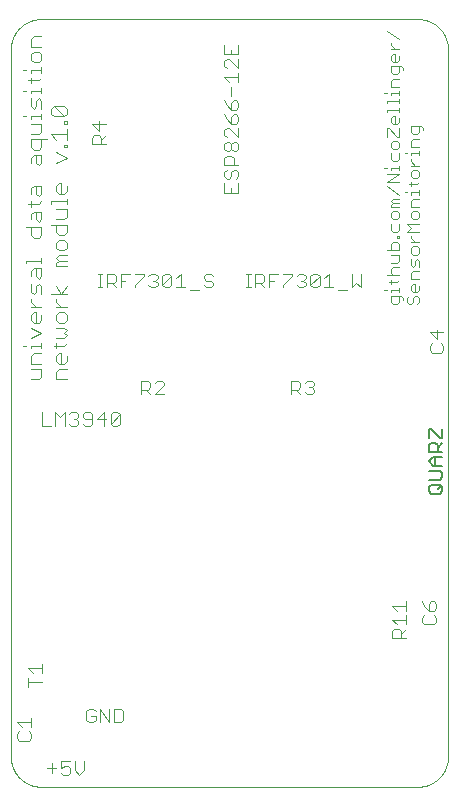
<source format=gto>
G75*
%MOIN*%
%OFA0B0*%
%FSLAX25Y25*%
%IPPOS*%
%LPD*%
%AMOC8*
5,1,8,0,0,1.08239X$1,22.5*
%
%ADD10C,0.00400*%
%ADD11C,0.00000*%
%ADD12C,0.00500*%
D10*
X0006050Y0016867D02*
X0009119Y0016867D01*
X0009886Y0017634D01*
X0009886Y0019169D01*
X0009119Y0019936D01*
X0009886Y0021471D02*
X0009886Y0024540D01*
X0009886Y0023006D02*
X0005282Y0023006D01*
X0006817Y0021471D01*
X0006050Y0019936D02*
X0005282Y0019169D01*
X0005282Y0017634D01*
X0006050Y0016867D01*
X0015224Y0007752D02*
X0018294Y0007752D01*
X0019828Y0007752D02*
X0019828Y0010054D01*
X0022898Y0010054D01*
X0024432Y0010054D02*
X0024432Y0006985D01*
X0025967Y0005450D01*
X0027501Y0006985D01*
X0027501Y0010054D01*
X0022898Y0007752D02*
X0022898Y0006217D01*
X0022130Y0005450D01*
X0020596Y0005450D01*
X0019828Y0006217D01*
X0019828Y0007752D02*
X0021363Y0008519D01*
X0022130Y0008519D01*
X0022898Y0007752D01*
X0016759Y0009287D02*
X0016759Y0006217D01*
X0029117Y0022950D02*
X0030651Y0022950D01*
X0031419Y0023717D01*
X0031419Y0025252D01*
X0029884Y0025252D01*
X0031419Y0026787D02*
X0030651Y0027554D01*
X0029117Y0027554D01*
X0028349Y0026787D01*
X0028349Y0023717D01*
X0029117Y0022950D01*
X0032953Y0022950D02*
X0032953Y0027554D01*
X0036023Y0022950D01*
X0036023Y0027554D01*
X0037557Y0027554D02*
X0037557Y0022950D01*
X0039859Y0022950D01*
X0040626Y0023717D01*
X0040626Y0026787D01*
X0039859Y0027554D01*
X0037557Y0027554D01*
X0013636Y0036360D02*
X0009032Y0036360D01*
X0009032Y0037894D02*
X0009032Y0034825D01*
X0010567Y0039429D02*
X0009032Y0040964D01*
X0013636Y0040964D01*
X0013636Y0042498D02*
X0013636Y0039429D01*
X0013411Y0121828D02*
X0016480Y0121828D01*
X0018014Y0121828D02*
X0018014Y0126432D01*
X0019549Y0124897D01*
X0021084Y0126432D01*
X0021084Y0121828D01*
X0022618Y0122595D02*
X0023386Y0121828D01*
X0024920Y0121828D01*
X0025688Y0122595D01*
X0025688Y0123363D01*
X0024920Y0124130D01*
X0024153Y0124130D01*
X0024920Y0124130D02*
X0025688Y0124897D01*
X0025688Y0125665D01*
X0024920Y0126432D01*
X0023386Y0126432D01*
X0022618Y0125665D01*
X0027222Y0125665D02*
X0027222Y0124897D01*
X0027990Y0124130D01*
X0030292Y0124130D01*
X0031826Y0124130D02*
X0034896Y0124130D01*
X0036430Y0122595D02*
X0036430Y0125665D01*
X0037197Y0126432D01*
X0038732Y0126432D01*
X0039499Y0125665D01*
X0036430Y0122595D01*
X0037197Y0121828D01*
X0038732Y0121828D01*
X0039499Y0122595D01*
X0039499Y0125665D01*
X0034128Y0126432D02*
X0034128Y0121828D01*
X0031826Y0124130D02*
X0034128Y0126432D01*
X0030292Y0125665D02*
X0030292Y0122595D01*
X0029524Y0121828D01*
X0027990Y0121828D01*
X0027222Y0122595D01*
X0027222Y0125665D02*
X0027990Y0126432D01*
X0029524Y0126432D01*
X0030292Y0125665D01*
X0021761Y0137325D02*
X0018292Y0137325D01*
X0018292Y0139927D01*
X0019159Y0140795D01*
X0021761Y0140795D01*
X0020894Y0142481D02*
X0019159Y0142481D01*
X0018292Y0143349D01*
X0018292Y0145084D01*
X0019159Y0145951D01*
X0020026Y0145951D01*
X0020026Y0142481D01*
X0020894Y0142481D02*
X0021761Y0143349D01*
X0021761Y0145084D01*
X0020894Y0148505D02*
X0017424Y0148505D01*
X0018292Y0147638D02*
X0018292Y0149373D01*
X0018292Y0151075D02*
X0020894Y0151075D01*
X0021761Y0151943D01*
X0020894Y0152810D01*
X0021761Y0153678D01*
X0020894Y0154545D01*
X0018292Y0154545D01*
X0019159Y0156232D02*
X0018292Y0157099D01*
X0018292Y0158834D01*
X0019159Y0159701D01*
X0020894Y0159701D01*
X0021761Y0158834D01*
X0021761Y0157099D01*
X0020894Y0156232D01*
X0019159Y0156232D01*
X0020026Y0161388D02*
X0018292Y0163123D01*
X0018292Y0163990D01*
X0020026Y0165685D02*
X0018292Y0168287D01*
X0020026Y0165685D02*
X0021761Y0168287D01*
X0021761Y0165685D02*
X0016557Y0165685D01*
X0013361Y0165685D02*
X0013361Y0168287D01*
X0012494Y0169155D01*
X0011626Y0168287D01*
X0011626Y0166553D01*
X0010759Y0165685D01*
X0009892Y0166553D01*
X0009892Y0169155D01*
X0009892Y0171709D02*
X0009892Y0173444D01*
X0010759Y0174311D01*
X0013361Y0174311D01*
X0013361Y0171709D01*
X0012494Y0170842D01*
X0011626Y0171709D01*
X0011626Y0174311D01*
X0013361Y0175998D02*
X0013361Y0177733D01*
X0013361Y0176865D02*
X0008157Y0176865D01*
X0008157Y0175998D01*
X0010759Y0184592D02*
X0009892Y0185459D01*
X0009892Y0188062D01*
X0008157Y0188062D02*
X0013361Y0188062D01*
X0013361Y0185459D01*
X0012494Y0184592D01*
X0010759Y0184592D01*
X0012494Y0189748D02*
X0011626Y0190616D01*
X0011626Y0193218D01*
X0010759Y0193218D02*
X0013361Y0193218D01*
X0013361Y0190616D01*
X0012494Y0189748D01*
X0009892Y0190616D02*
X0009892Y0192351D01*
X0010759Y0193218D01*
X0009892Y0194905D02*
X0009892Y0196640D01*
X0009024Y0195772D02*
X0012494Y0195772D01*
X0013361Y0196640D01*
X0012494Y0198342D02*
X0011626Y0199210D01*
X0011626Y0201812D01*
X0010759Y0201812D02*
X0013361Y0201812D01*
X0013361Y0199210D01*
X0012494Y0198342D01*
X0009892Y0199210D02*
X0009892Y0200945D01*
X0010759Y0201812D01*
X0012494Y0208655D02*
X0011626Y0209523D01*
X0011626Y0212125D01*
X0010759Y0212125D02*
X0013361Y0212125D01*
X0013361Y0209523D01*
X0012494Y0208655D01*
X0009892Y0209523D02*
X0009892Y0211257D01*
X0010759Y0212125D01*
X0010759Y0213812D02*
X0012494Y0213812D01*
X0013361Y0214679D01*
X0013361Y0217281D01*
X0015096Y0217281D02*
X0009892Y0217281D01*
X0009892Y0214679D01*
X0010759Y0213812D01*
X0009892Y0218968D02*
X0012494Y0218968D01*
X0013361Y0219835D01*
X0013361Y0222438D01*
X0009892Y0222438D01*
X0009892Y0224124D02*
X0009892Y0224992D01*
X0013361Y0224992D01*
X0013361Y0225859D02*
X0013361Y0224124D01*
X0013361Y0227562D02*
X0013361Y0230164D01*
X0012494Y0231032D01*
X0011626Y0230164D01*
X0011626Y0228429D01*
X0010759Y0227562D01*
X0009892Y0228429D01*
X0009892Y0231032D01*
X0009892Y0232718D02*
X0009892Y0233586D01*
X0013361Y0233586D01*
X0013361Y0234453D02*
X0013361Y0232718D01*
X0012494Y0237023D02*
X0013361Y0237891D01*
X0012494Y0237023D02*
X0009024Y0237023D01*
X0009892Y0236156D02*
X0009892Y0237891D01*
X0009892Y0239594D02*
X0009892Y0240461D01*
X0013361Y0240461D01*
X0013361Y0239594D02*
X0013361Y0241328D01*
X0012494Y0243031D02*
X0013361Y0243899D01*
X0013361Y0245633D01*
X0012494Y0246501D01*
X0010759Y0246501D01*
X0009892Y0245633D01*
X0009892Y0243899D01*
X0010759Y0243031D01*
X0012494Y0243031D01*
X0008157Y0240461D02*
X0007289Y0240461D01*
X0007289Y0233586D02*
X0008157Y0233586D01*
X0008157Y0224992D02*
X0007289Y0224992D01*
X0016557Y0225851D02*
X0016557Y0227586D01*
X0017424Y0228453D01*
X0020894Y0224984D01*
X0021761Y0225851D01*
X0021761Y0227586D01*
X0020894Y0228453D01*
X0017424Y0228453D01*
X0016557Y0225851D02*
X0017424Y0224984D01*
X0020894Y0224984D01*
X0020894Y0223273D02*
X0021761Y0223273D01*
X0021761Y0222406D01*
X0020894Y0222406D01*
X0020894Y0223273D01*
X0021761Y0220719D02*
X0021761Y0217249D01*
X0021761Y0215538D02*
X0021761Y0214671D01*
X0020894Y0214671D01*
X0020894Y0215538D01*
X0021761Y0215538D01*
X0021761Y0218984D02*
X0016557Y0218984D01*
X0018292Y0217249D01*
X0018292Y0212984D02*
X0021761Y0211249D01*
X0018292Y0209515D01*
X0019159Y0202671D02*
X0020026Y0202671D01*
X0020026Y0199202D01*
X0019159Y0199202D02*
X0018292Y0200069D01*
X0018292Y0201804D01*
X0019159Y0202671D01*
X0021761Y0201804D02*
X0021761Y0200069D01*
X0020894Y0199202D01*
X0019159Y0199202D01*
X0021761Y0197499D02*
X0021761Y0195764D01*
X0021761Y0196632D02*
X0016557Y0196632D01*
X0016557Y0195764D01*
X0018292Y0194077D02*
X0021761Y0194077D01*
X0021761Y0191475D01*
X0020894Y0190608D01*
X0018292Y0190608D01*
X0018292Y0188921D02*
X0018292Y0186319D01*
X0019159Y0185451D01*
X0020894Y0185451D01*
X0021761Y0186319D01*
X0021761Y0188921D01*
X0016557Y0188921D01*
X0019159Y0183765D02*
X0018292Y0182897D01*
X0018292Y0181162D01*
X0019159Y0180295D01*
X0020894Y0180295D01*
X0021761Y0181162D01*
X0021761Y0182897D01*
X0020894Y0183765D01*
X0019159Y0183765D01*
X0019159Y0178608D02*
X0018292Y0177741D01*
X0019159Y0176873D01*
X0021761Y0176873D01*
X0021761Y0175139D02*
X0018292Y0175139D01*
X0018292Y0176006D01*
X0019159Y0176873D01*
X0019159Y0178608D02*
X0021761Y0178608D01*
X0021761Y0161388D02*
X0018292Y0161388D01*
X0013361Y0161388D02*
X0009892Y0161388D01*
X0011626Y0161388D02*
X0009892Y0163123D01*
X0009892Y0163990D01*
X0010759Y0159701D02*
X0011626Y0159701D01*
X0011626Y0156232D01*
X0010759Y0156232D02*
X0012494Y0156232D01*
X0013361Y0157099D01*
X0013361Y0158834D01*
X0010759Y0159701D02*
X0009892Y0158834D01*
X0009892Y0157099D01*
X0010759Y0156232D01*
X0009892Y0154545D02*
X0013361Y0152810D01*
X0009892Y0151075D01*
X0009892Y0148505D02*
X0013361Y0148505D01*
X0013361Y0147638D02*
X0013361Y0149373D01*
X0013361Y0145951D02*
X0010759Y0145951D01*
X0009892Y0145084D01*
X0009892Y0142481D01*
X0013361Y0142481D01*
X0013361Y0140795D02*
X0009892Y0140795D01*
X0009892Y0137325D02*
X0012494Y0137325D01*
X0013361Y0138192D01*
X0013361Y0140795D01*
X0009892Y0147638D02*
X0009892Y0148505D01*
X0008157Y0148505D02*
X0007289Y0148505D01*
X0013411Y0126432D02*
X0013411Y0121828D01*
X0020894Y0148505D02*
X0021761Y0149373D01*
X0032161Y0167950D02*
X0033696Y0167950D01*
X0032928Y0167950D02*
X0032928Y0172554D01*
X0032161Y0172554D02*
X0033696Y0172554D01*
X0035230Y0172554D02*
X0037532Y0172554D01*
X0038300Y0171787D01*
X0038300Y0170252D01*
X0037532Y0169485D01*
X0035230Y0169485D01*
X0035230Y0167950D02*
X0035230Y0172554D01*
X0036765Y0169485D02*
X0038300Y0167950D01*
X0039834Y0167950D02*
X0039834Y0172554D01*
X0042904Y0172554D01*
X0044438Y0172554D02*
X0047508Y0172554D01*
X0047508Y0171787D01*
X0044438Y0168717D01*
X0044438Y0167950D01*
X0041369Y0170252D02*
X0039834Y0170252D01*
X0049042Y0171787D02*
X0049809Y0172554D01*
X0051344Y0172554D01*
X0052111Y0171787D01*
X0052111Y0171019D01*
X0051344Y0170252D01*
X0052111Y0169485D01*
X0052111Y0168717D01*
X0051344Y0167950D01*
X0049809Y0167950D01*
X0049042Y0168717D01*
X0050577Y0170252D02*
X0051344Y0170252D01*
X0053646Y0168717D02*
X0053646Y0171787D01*
X0054413Y0172554D01*
X0055948Y0172554D01*
X0056715Y0171787D01*
X0053646Y0168717D01*
X0054413Y0167950D01*
X0055948Y0167950D01*
X0056715Y0168717D01*
X0056715Y0171787D01*
X0058250Y0171019D02*
X0059785Y0172554D01*
X0059785Y0167950D01*
X0061319Y0167950D02*
X0058250Y0167950D01*
X0062854Y0167183D02*
X0065923Y0167183D01*
X0067458Y0168717D02*
X0068225Y0167950D01*
X0069760Y0167950D01*
X0070527Y0168717D01*
X0070527Y0169485D01*
X0069760Y0170252D01*
X0068225Y0170252D01*
X0067458Y0171019D01*
X0067458Y0171787D01*
X0068225Y0172554D01*
X0069760Y0172554D01*
X0070527Y0171787D01*
X0081536Y0172554D02*
X0083071Y0172554D01*
X0082303Y0172554D02*
X0082303Y0167950D01*
X0081536Y0167950D02*
X0083071Y0167950D01*
X0084605Y0167950D02*
X0084605Y0172554D01*
X0086907Y0172554D01*
X0087675Y0171787D01*
X0087675Y0170252D01*
X0086907Y0169485D01*
X0084605Y0169485D01*
X0086140Y0169485D02*
X0087675Y0167950D01*
X0089209Y0167950D02*
X0089209Y0172554D01*
X0092279Y0172554D01*
X0093813Y0172554D02*
X0096883Y0172554D01*
X0096883Y0171787D01*
X0093813Y0168717D01*
X0093813Y0167950D01*
X0090744Y0170252D02*
X0089209Y0170252D01*
X0098417Y0171787D02*
X0099184Y0172554D01*
X0100719Y0172554D01*
X0101486Y0171787D01*
X0101486Y0171019D01*
X0100719Y0170252D01*
X0101486Y0169485D01*
X0101486Y0168717D01*
X0100719Y0167950D01*
X0099184Y0167950D01*
X0098417Y0168717D01*
X0099952Y0170252D02*
X0100719Y0170252D01*
X0103021Y0171787D02*
X0103788Y0172554D01*
X0105323Y0172554D01*
X0106090Y0171787D01*
X0103021Y0168717D01*
X0103788Y0167950D01*
X0105323Y0167950D01*
X0106090Y0168717D01*
X0106090Y0171787D01*
X0107625Y0171019D02*
X0109160Y0172554D01*
X0109160Y0167950D01*
X0110694Y0167950D02*
X0107625Y0167950D01*
X0103021Y0168717D02*
X0103021Y0171787D01*
X0112229Y0167183D02*
X0115298Y0167183D01*
X0116833Y0167950D02*
X0118368Y0169485D01*
X0119902Y0167950D01*
X0119902Y0172554D01*
X0116833Y0172554D02*
X0116833Y0167950D01*
X0127724Y0167152D02*
X0128408Y0167152D01*
X0129775Y0167152D02*
X0132511Y0167152D01*
X0132511Y0166469D02*
X0132511Y0167836D01*
X0131827Y0169915D02*
X0132511Y0170599D01*
X0131827Y0169915D02*
X0129092Y0169915D01*
X0129775Y0169231D02*
X0129775Y0170599D01*
X0130459Y0171993D02*
X0129775Y0172677D01*
X0129775Y0174045D01*
X0130459Y0174729D01*
X0132511Y0174729D01*
X0131827Y0176137D02*
X0132511Y0176821D01*
X0132511Y0178872D01*
X0129775Y0178872D01*
X0129775Y0180280D02*
X0129775Y0182332D01*
X0130459Y0183016D01*
X0131827Y0183016D01*
X0132511Y0182332D01*
X0132511Y0180280D01*
X0128408Y0180280D01*
X0129775Y0176137D02*
X0131827Y0176137D01*
X0132511Y0171993D02*
X0128408Y0171993D01*
X0129775Y0167152D02*
X0129775Y0166469D01*
X0129775Y0165061D02*
X0129775Y0163009D01*
X0130459Y0162325D01*
X0131827Y0162325D01*
X0132511Y0163009D01*
X0132511Y0165061D01*
X0133195Y0165061D02*
X0129775Y0165061D01*
X0133195Y0165061D02*
X0133879Y0164377D01*
X0133879Y0163693D01*
X0135158Y0164377D02*
X0135158Y0163009D01*
X0135842Y0162325D01*
X0136525Y0162325D01*
X0137209Y0163009D01*
X0137209Y0164377D01*
X0137893Y0165061D01*
X0138577Y0165061D01*
X0139261Y0164377D01*
X0139261Y0163009D01*
X0138577Y0162325D01*
X0135842Y0165061D02*
X0135158Y0164377D01*
X0137209Y0166469D02*
X0136525Y0167152D01*
X0136525Y0168520D01*
X0137209Y0169204D01*
X0137893Y0169204D01*
X0137893Y0166469D01*
X0138577Y0166469D02*
X0137209Y0166469D01*
X0138577Y0166469D02*
X0139261Y0167152D01*
X0139261Y0168520D01*
X0139261Y0170612D02*
X0136525Y0170612D01*
X0136525Y0172664D01*
X0137209Y0173348D01*
X0139261Y0173348D01*
X0139261Y0174756D02*
X0139261Y0176807D01*
X0138577Y0177491D01*
X0137893Y0176807D01*
X0137893Y0175440D01*
X0137209Y0174756D01*
X0136525Y0175440D01*
X0136525Y0177491D01*
X0137209Y0178899D02*
X0136525Y0179583D01*
X0136525Y0180951D01*
X0137209Y0181635D01*
X0138577Y0181635D01*
X0139261Y0180951D01*
X0139261Y0179583D01*
X0138577Y0178899D01*
X0137209Y0178899D01*
X0136525Y0183043D02*
X0139261Y0183043D01*
X0137893Y0183043D02*
X0136525Y0184411D01*
X0136525Y0185094D01*
X0135158Y0186496D02*
X0136525Y0187863D01*
X0135158Y0189231D01*
X0139261Y0189231D01*
X0138577Y0190639D02*
X0139261Y0191323D01*
X0139261Y0192691D01*
X0138577Y0193375D01*
X0137209Y0193375D01*
X0136525Y0192691D01*
X0136525Y0191323D01*
X0137209Y0190639D01*
X0138577Y0190639D01*
X0139261Y0186496D02*
X0135158Y0186496D01*
X0132511Y0187180D02*
X0132511Y0189231D01*
X0131827Y0190639D02*
X0132511Y0191323D01*
X0132511Y0192691D01*
X0131827Y0193375D01*
X0130459Y0193375D01*
X0129775Y0192691D01*
X0129775Y0191323D01*
X0130459Y0190639D01*
X0131827Y0190639D01*
X0129775Y0189231D02*
X0129775Y0187180D01*
X0130459Y0186496D01*
X0131827Y0186496D01*
X0132511Y0187180D01*
X0132511Y0185108D02*
X0131827Y0185108D01*
X0131827Y0184424D01*
X0132511Y0184424D01*
X0132511Y0185108D01*
X0132511Y0194783D02*
X0129775Y0194783D01*
X0129775Y0195467D01*
X0130459Y0196151D01*
X0129775Y0196834D01*
X0130459Y0197518D01*
X0132511Y0197518D01*
X0132511Y0196151D02*
X0130459Y0196151D01*
X0132511Y0198926D02*
X0128408Y0201662D01*
X0128408Y0203070D02*
X0132511Y0205805D01*
X0128408Y0205805D01*
X0129775Y0207213D02*
X0129775Y0207897D01*
X0132511Y0207897D01*
X0132511Y0207213D02*
X0132511Y0208581D01*
X0131827Y0209976D02*
X0132511Y0210660D01*
X0132511Y0212711D01*
X0131827Y0214119D02*
X0132511Y0214803D01*
X0132511Y0216171D01*
X0131827Y0216855D01*
X0130459Y0216855D01*
X0129775Y0216171D01*
X0129775Y0214803D01*
X0130459Y0214119D01*
X0131827Y0214119D01*
X0129775Y0212711D02*
X0129775Y0210660D01*
X0130459Y0209976D01*
X0131827Y0209976D01*
X0134474Y0212731D02*
X0135158Y0212731D01*
X0136525Y0212731D02*
X0139261Y0212731D01*
X0139261Y0212047D02*
X0139261Y0213415D01*
X0139261Y0214810D02*
X0136525Y0214810D01*
X0136525Y0216862D01*
X0137209Y0217545D01*
X0139261Y0217545D01*
X0138577Y0218953D02*
X0139261Y0219637D01*
X0139261Y0221689D01*
X0139945Y0221689D02*
X0136525Y0221689D01*
X0136525Y0219637D01*
X0137209Y0218953D01*
X0138577Y0218953D01*
X0140629Y0220321D02*
X0140629Y0221005D01*
X0139945Y0221689D01*
X0136525Y0212731D02*
X0136525Y0212047D01*
X0136525Y0210646D02*
X0136525Y0209962D01*
X0137893Y0208595D01*
X0139261Y0208595D02*
X0136525Y0208595D01*
X0137209Y0207187D02*
X0136525Y0206503D01*
X0136525Y0205135D01*
X0137209Y0204451D01*
X0138577Y0204451D01*
X0139261Y0205135D01*
X0139261Y0206503D01*
X0138577Y0207187D01*
X0137209Y0207187D01*
X0136525Y0203056D02*
X0136525Y0201689D01*
X0135842Y0202373D02*
X0138577Y0202373D01*
X0139261Y0203056D01*
X0139261Y0200294D02*
X0139261Y0198926D01*
X0139261Y0199610D02*
X0136525Y0199610D01*
X0136525Y0198926D01*
X0135158Y0199610D02*
X0134474Y0199610D01*
X0137209Y0197518D02*
X0136525Y0196834D01*
X0136525Y0194783D01*
X0139261Y0194783D01*
X0139261Y0197518D02*
X0137209Y0197518D01*
X0132511Y0203070D02*
X0128408Y0203070D01*
X0128408Y0207897D02*
X0127724Y0207897D01*
X0128408Y0218263D02*
X0128408Y0220998D01*
X0129092Y0220998D01*
X0131827Y0218263D01*
X0132511Y0218263D01*
X0132511Y0220998D01*
X0131827Y0222406D02*
X0130459Y0222406D01*
X0129775Y0223090D01*
X0129775Y0224458D01*
X0130459Y0225142D01*
X0131143Y0225142D01*
X0131143Y0222406D01*
X0131827Y0222406D02*
X0132511Y0223090D01*
X0132511Y0224458D01*
X0132511Y0226550D02*
X0132511Y0227918D01*
X0132511Y0227234D02*
X0128408Y0227234D01*
X0128408Y0226550D01*
X0128408Y0229312D02*
X0128408Y0229996D01*
X0132511Y0229996D01*
X0132511Y0229312D02*
X0132511Y0230680D01*
X0132511Y0232075D02*
X0132511Y0233442D01*
X0132511Y0232758D02*
X0129775Y0232758D01*
X0129775Y0232075D01*
X0128408Y0232758D02*
X0127724Y0232758D01*
X0129775Y0234837D02*
X0129775Y0236889D01*
X0130459Y0237573D01*
X0132511Y0237573D01*
X0131827Y0238980D02*
X0132511Y0239664D01*
X0132511Y0241716D01*
X0133195Y0241716D02*
X0129775Y0241716D01*
X0129775Y0239664D01*
X0130459Y0238980D01*
X0131827Y0238980D01*
X0133879Y0241032D02*
X0133195Y0241716D01*
X0133879Y0241032D02*
X0133879Y0240348D01*
X0131827Y0243124D02*
X0132511Y0243808D01*
X0132511Y0245176D01*
X0131143Y0245860D02*
X0131143Y0243124D01*
X0130459Y0243124D02*
X0129775Y0243808D01*
X0129775Y0245176D01*
X0130459Y0245860D01*
X0131143Y0245860D01*
X0131143Y0247268D02*
X0129775Y0248635D01*
X0129775Y0249319D01*
X0129775Y0247268D02*
X0132511Y0247268D01*
X0132511Y0250720D02*
X0128408Y0253456D01*
X0130459Y0243124D02*
X0131827Y0243124D01*
X0132511Y0234837D02*
X0129775Y0234837D01*
X0145084Y0153915D02*
X0145084Y0150846D01*
X0142782Y0153148D01*
X0147386Y0153148D01*
X0146619Y0149311D02*
X0147386Y0148544D01*
X0147386Y0147009D01*
X0146619Y0146242D01*
X0143550Y0146242D01*
X0142782Y0147009D01*
X0142782Y0148544D01*
X0143550Y0149311D01*
X0104209Y0136162D02*
X0104209Y0135394D01*
X0103442Y0134627D01*
X0104209Y0133860D01*
X0104209Y0133092D01*
X0103442Y0132325D01*
X0101907Y0132325D01*
X0101140Y0133092D01*
X0099605Y0132325D02*
X0098071Y0133860D01*
X0098838Y0133860D02*
X0096536Y0133860D01*
X0096536Y0132325D02*
X0096536Y0136929D01*
X0098838Y0136929D01*
X0099605Y0136162D01*
X0099605Y0134627D01*
X0098838Y0133860D01*
X0101140Y0136162D02*
X0101907Y0136929D01*
X0103442Y0136929D01*
X0104209Y0136162D01*
X0103442Y0134627D02*
X0102675Y0134627D01*
X0078946Y0199574D02*
X0074342Y0199574D01*
X0074342Y0202643D01*
X0075110Y0204178D02*
X0075877Y0204178D01*
X0076644Y0204945D01*
X0076644Y0206480D01*
X0077412Y0207247D01*
X0078179Y0207247D01*
X0078946Y0206480D01*
X0078946Y0204945D01*
X0078179Y0204178D01*
X0078946Y0202643D02*
X0078946Y0199574D01*
X0076644Y0199574D02*
X0076644Y0201109D01*
X0075110Y0204178D02*
X0074342Y0204945D01*
X0074342Y0206480D01*
X0075110Y0207247D01*
X0074342Y0208782D02*
X0074342Y0211084D01*
X0075110Y0211851D01*
X0076644Y0211851D01*
X0077412Y0211084D01*
X0077412Y0208782D01*
X0078946Y0208782D02*
X0074342Y0208782D01*
X0075110Y0213386D02*
X0075877Y0213386D01*
X0076644Y0214153D01*
X0076644Y0215688D01*
X0077412Y0216455D01*
X0078179Y0216455D01*
X0078946Y0215688D01*
X0078946Y0214153D01*
X0078179Y0213386D01*
X0077412Y0213386D01*
X0076644Y0214153D01*
X0076644Y0215688D02*
X0075877Y0216455D01*
X0075110Y0216455D01*
X0074342Y0215688D01*
X0074342Y0214153D01*
X0075110Y0213386D01*
X0075110Y0217990D02*
X0074342Y0218757D01*
X0074342Y0220292D01*
X0075110Y0221059D01*
X0075877Y0221059D01*
X0078946Y0217990D01*
X0078946Y0221059D01*
X0078179Y0222594D02*
X0078946Y0223361D01*
X0078946Y0224896D01*
X0078179Y0225663D01*
X0077412Y0225663D01*
X0076644Y0224896D01*
X0076644Y0222594D01*
X0078179Y0222594D01*
X0076644Y0222594D02*
X0075110Y0224128D01*
X0074342Y0225663D01*
X0076644Y0227198D02*
X0075110Y0228732D01*
X0074342Y0230267D01*
X0076644Y0229500D02*
X0076644Y0227198D01*
X0078179Y0227198D01*
X0078946Y0227965D01*
X0078946Y0229500D01*
X0078179Y0230267D01*
X0077412Y0230267D01*
X0076644Y0229500D01*
X0076644Y0231801D02*
X0076644Y0234871D01*
X0075877Y0236405D02*
X0074342Y0237940D01*
X0078946Y0237940D01*
X0078946Y0236405D02*
X0078946Y0239475D01*
X0078946Y0241009D02*
X0075877Y0244079D01*
X0075110Y0244079D01*
X0074342Y0243311D01*
X0074342Y0241777D01*
X0075110Y0241009D01*
X0074342Y0245613D02*
X0078946Y0245613D01*
X0078946Y0248683D01*
X0076644Y0247148D02*
X0076644Y0245613D01*
X0074342Y0245613D02*
X0074342Y0248683D01*
X0078946Y0244079D02*
X0078946Y0241009D01*
X0034886Y0222523D02*
X0030282Y0222523D01*
X0032584Y0220221D01*
X0032584Y0223290D01*
X0032584Y0218686D02*
X0031050Y0218686D01*
X0030282Y0217919D01*
X0030282Y0215617D01*
X0034886Y0215617D01*
X0033352Y0215617D02*
X0033352Y0217919D01*
X0032584Y0218686D01*
X0033352Y0217152D02*
X0034886Y0218686D01*
X0013361Y0248188D02*
X0009892Y0248188D01*
X0009892Y0250790D01*
X0010759Y0251657D01*
X0013361Y0251657D01*
X0046536Y0136929D02*
X0048838Y0136929D01*
X0049605Y0136162D01*
X0049605Y0134627D01*
X0048838Y0133860D01*
X0046536Y0133860D01*
X0048071Y0133860D02*
X0049605Y0132325D01*
X0051140Y0132325D02*
X0054209Y0135394D01*
X0054209Y0136162D01*
X0053442Y0136929D01*
X0051907Y0136929D01*
X0051140Y0136162D01*
X0051140Y0132325D02*
X0054209Y0132325D01*
X0046536Y0132325D02*
X0046536Y0136929D01*
X0130282Y0061756D02*
X0134886Y0061756D01*
X0134886Y0063290D02*
X0134886Y0060221D01*
X0134886Y0058686D02*
X0134886Y0055617D01*
X0134886Y0054082D02*
X0133352Y0052548D01*
X0133352Y0053315D02*
X0133352Y0051013D01*
X0134886Y0051013D02*
X0130282Y0051013D01*
X0130282Y0053315D01*
X0131050Y0054082D01*
X0132584Y0054082D01*
X0133352Y0053315D01*
X0131817Y0055617D02*
X0130282Y0057152D01*
X0134886Y0057152D01*
X0131817Y0060221D02*
X0130282Y0061756D01*
X0140282Y0063290D02*
X0141050Y0061756D01*
X0142584Y0060221D01*
X0142584Y0062523D01*
X0143352Y0063290D01*
X0144119Y0063290D01*
X0144886Y0062523D01*
X0144886Y0060988D01*
X0144119Y0060221D01*
X0142584Y0060221D01*
X0141050Y0058686D02*
X0140282Y0057919D01*
X0140282Y0056384D01*
X0141050Y0055617D01*
X0144119Y0055617D01*
X0144886Y0056384D01*
X0144886Y0057919D01*
X0144119Y0058686D01*
D11*
X0003211Y0011500D02*
X0003211Y0247406D01*
X0003214Y0247648D01*
X0003223Y0247889D01*
X0003237Y0248130D01*
X0003258Y0248371D01*
X0003284Y0248611D01*
X0003316Y0248851D01*
X0003354Y0249090D01*
X0003397Y0249327D01*
X0003447Y0249564D01*
X0003502Y0249799D01*
X0003562Y0250033D01*
X0003629Y0250265D01*
X0003700Y0250496D01*
X0003778Y0250725D01*
X0003861Y0250952D01*
X0003949Y0251177D01*
X0004043Y0251400D01*
X0004142Y0251620D01*
X0004247Y0251838D01*
X0004356Y0252053D01*
X0004471Y0252266D01*
X0004591Y0252476D01*
X0004716Y0252682D01*
X0004846Y0252886D01*
X0004981Y0253087D01*
X0005121Y0253284D01*
X0005265Y0253478D01*
X0005414Y0253668D01*
X0005568Y0253854D01*
X0005726Y0254037D01*
X0005888Y0254216D01*
X0006055Y0254391D01*
X0006226Y0254562D01*
X0006401Y0254729D01*
X0006580Y0254891D01*
X0006763Y0255049D01*
X0006949Y0255203D01*
X0007139Y0255352D01*
X0007333Y0255496D01*
X0007530Y0255636D01*
X0007731Y0255771D01*
X0007935Y0255901D01*
X0008141Y0256026D01*
X0008351Y0256146D01*
X0008564Y0256261D01*
X0008779Y0256370D01*
X0008997Y0256475D01*
X0009217Y0256574D01*
X0009440Y0256668D01*
X0009665Y0256756D01*
X0009892Y0256839D01*
X0010121Y0256917D01*
X0010352Y0256988D01*
X0010584Y0257055D01*
X0010818Y0257115D01*
X0011053Y0257170D01*
X0011290Y0257220D01*
X0011527Y0257263D01*
X0011766Y0257301D01*
X0012006Y0257333D01*
X0012246Y0257359D01*
X0012487Y0257380D01*
X0012728Y0257394D01*
X0012969Y0257403D01*
X0013211Y0257406D01*
X0138880Y0257406D01*
X0139122Y0257403D01*
X0139363Y0257394D01*
X0139604Y0257380D01*
X0139845Y0257359D01*
X0140085Y0257333D01*
X0140325Y0257301D01*
X0140564Y0257263D01*
X0140801Y0257220D01*
X0141038Y0257170D01*
X0141273Y0257115D01*
X0141507Y0257055D01*
X0141739Y0256988D01*
X0141970Y0256917D01*
X0142199Y0256839D01*
X0142426Y0256756D01*
X0142651Y0256668D01*
X0142874Y0256574D01*
X0143094Y0256475D01*
X0143312Y0256370D01*
X0143527Y0256261D01*
X0143740Y0256146D01*
X0143950Y0256026D01*
X0144156Y0255901D01*
X0144360Y0255771D01*
X0144561Y0255636D01*
X0144758Y0255496D01*
X0144952Y0255352D01*
X0145142Y0255203D01*
X0145328Y0255049D01*
X0145511Y0254891D01*
X0145690Y0254729D01*
X0145865Y0254562D01*
X0146036Y0254391D01*
X0146203Y0254216D01*
X0146365Y0254037D01*
X0146523Y0253854D01*
X0146677Y0253668D01*
X0146826Y0253478D01*
X0146970Y0253284D01*
X0147110Y0253087D01*
X0147245Y0252886D01*
X0147375Y0252682D01*
X0147500Y0252476D01*
X0147620Y0252266D01*
X0147735Y0252053D01*
X0147844Y0251838D01*
X0147949Y0251620D01*
X0148048Y0251400D01*
X0148142Y0251177D01*
X0148230Y0250952D01*
X0148313Y0250725D01*
X0148391Y0250496D01*
X0148462Y0250265D01*
X0148529Y0250033D01*
X0148589Y0249799D01*
X0148644Y0249564D01*
X0148694Y0249327D01*
X0148737Y0249090D01*
X0148775Y0248851D01*
X0148807Y0248611D01*
X0148833Y0248371D01*
X0148854Y0248130D01*
X0148868Y0247889D01*
X0148877Y0247648D01*
X0148880Y0247406D01*
X0148880Y0011500D01*
X0148877Y0011258D01*
X0148868Y0011017D01*
X0148854Y0010776D01*
X0148833Y0010535D01*
X0148807Y0010295D01*
X0148775Y0010055D01*
X0148737Y0009816D01*
X0148694Y0009579D01*
X0148644Y0009342D01*
X0148589Y0009107D01*
X0148529Y0008873D01*
X0148462Y0008641D01*
X0148391Y0008410D01*
X0148313Y0008181D01*
X0148230Y0007954D01*
X0148142Y0007729D01*
X0148048Y0007506D01*
X0147949Y0007286D01*
X0147844Y0007068D01*
X0147735Y0006853D01*
X0147620Y0006640D01*
X0147500Y0006430D01*
X0147375Y0006224D01*
X0147245Y0006020D01*
X0147110Y0005819D01*
X0146970Y0005622D01*
X0146826Y0005428D01*
X0146677Y0005238D01*
X0146523Y0005052D01*
X0146365Y0004869D01*
X0146203Y0004690D01*
X0146036Y0004515D01*
X0145865Y0004344D01*
X0145690Y0004177D01*
X0145511Y0004015D01*
X0145328Y0003857D01*
X0145142Y0003703D01*
X0144952Y0003554D01*
X0144758Y0003410D01*
X0144561Y0003270D01*
X0144360Y0003135D01*
X0144156Y0003005D01*
X0143950Y0002880D01*
X0143740Y0002760D01*
X0143527Y0002645D01*
X0143312Y0002536D01*
X0143094Y0002431D01*
X0142874Y0002332D01*
X0142651Y0002238D01*
X0142426Y0002150D01*
X0142199Y0002067D01*
X0141970Y0001989D01*
X0141739Y0001918D01*
X0141507Y0001851D01*
X0141273Y0001791D01*
X0141038Y0001736D01*
X0140801Y0001686D01*
X0140564Y0001643D01*
X0140325Y0001605D01*
X0140085Y0001573D01*
X0139845Y0001547D01*
X0139604Y0001526D01*
X0139363Y0001512D01*
X0139122Y0001503D01*
X0138880Y0001500D01*
X0013211Y0001500D01*
X0012969Y0001503D01*
X0012728Y0001512D01*
X0012487Y0001526D01*
X0012246Y0001547D01*
X0012006Y0001573D01*
X0011766Y0001605D01*
X0011527Y0001643D01*
X0011290Y0001686D01*
X0011053Y0001736D01*
X0010818Y0001791D01*
X0010584Y0001851D01*
X0010352Y0001918D01*
X0010121Y0001989D01*
X0009892Y0002067D01*
X0009665Y0002150D01*
X0009440Y0002238D01*
X0009217Y0002332D01*
X0008997Y0002431D01*
X0008779Y0002536D01*
X0008564Y0002645D01*
X0008351Y0002760D01*
X0008141Y0002880D01*
X0007935Y0003005D01*
X0007731Y0003135D01*
X0007530Y0003270D01*
X0007333Y0003410D01*
X0007139Y0003554D01*
X0006949Y0003703D01*
X0006763Y0003857D01*
X0006580Y0004015D01*
X0006401Y0004177D01*
X0006226Y0004344D01*
X0006055Y0004515D01*
X0005888Y0004690D01*
X0005726Y0004869D01*
X0005568Y0005052D01*
X0005414Y0005238D01*
X0005265Y0005428D01*
X0005121Y0005622D01*
X0004981Y0005819D01*
X0004846Y0006020D01*
X0004716Y0006224D01*
X0004591Y0006430D01*
X0004471Y0006640D01*
X0004356Y0006853D01*
X0004247Y0007068D01*
X0004142Y0007286D01*
X0004043Y0007506D01*
X0003949Y0007729D01*
X0003861Y0007954D01*
X0003778Y0008181D01*
X0003700Y0008410D01*
X0003629Y0008641D01*
X0003562Y0008873D01*
X0003502Y0009107D01*
X0003447Y0009342D01*
X0003397Y0009579D01*
X0003354Y0009816D01*
X0003316Y0010055D01*
X0003284Y0010295D01*
X0003258Y0010535D01*
X0003237Y0010776D01*
X0003223Y0011017D01*
X0003214Y0011258D01*
X0003211Y0011500D01*
D12*
X0142457Y0100001D02*
X0142457Y0101502D01*
X0143208Y0102253D01*
X0146210Y0102253D01*
X0146961Y0101502D01*
X0146961Y0100001D01*
X0146210Y0099250D01*
X0143208Y0099250D01*
X0142457Y0100001D01*
X0142457Y0103854D02*
X0146210Y0103854D01*
X0146961Y0104605D01*
X0146961Y0106106D01*
X0146210Y0106856D01*
X0142457Y0106856D01*
X0143959Y0108458D02*
X0142457Y0109959D01*
X0143959Y0111460D01*
X0146961Y0111460D01*
X0146961Y0113062D02*
X0142457Y0113062D01*
X0142457Y0115314D01*
X0143208Y0116064D01*
X0144709Y0116064D01*
X0145460Y0115314D01*
X0145460Y0113062D01*
X0145460Y0114563D02*
X0146961Y0116064D01*
X0146961Y0117666D02*
X0146961Y0120668D01*
X0146961Y0117666D02*
X0146210Y0117666D01*
X0143208Y0120668D01*
X0142457Y0120668D01*
X0142457Y0117666D01*
X0144709Y0111460D02*
X0144709Y0108458D01*
X0143959Y0108458D02*
X0146961Y0108458D01*
X0146961Y0102253D02*
X0145460Y0100751D01*
M02*

</source>
